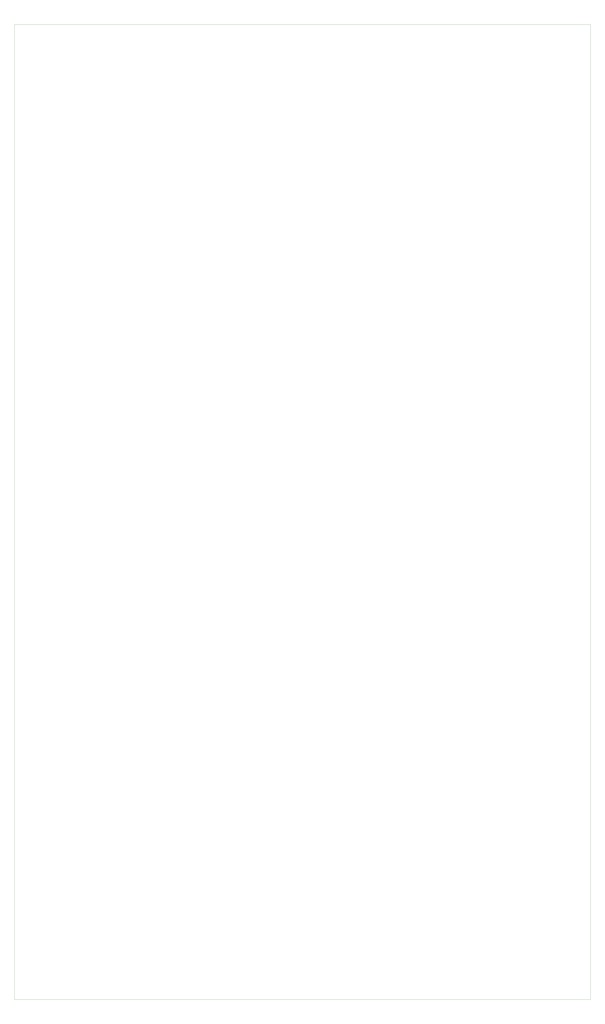
<source format=gko>
G04 #@! TF.GenerationSoftware,KiCad,Pcbnew,5.0.2+dfsg1-1*
G04 #@! TF.CreationDate,2019-08-16T15:09:45+02:00*
G04 #@! TF.ProjectId,Main-Board,4d61696e-2d42-46f6-9172-642e6b696361,rev?*
G04 #@! TF.SameCoordinates,Original*
G04 #@! TF.FileFunction,Profile,NP*
%FSLAX46Y46*%
G04 Gerber Fmt 4.6, Leading zero omitted, Abs format (unit mm)*
G04 Created by KiCad (PCBNEW 5.0.2+dfsg1-1) date vr 16 aug 2019 15:09:45 CEST*
%MOMM*%
%LPD*%
G01*
G04 APERTURE LIST*
%ADD10C,0.100000*%
G04 APERTURE END LIST*
D10*
X59690000Y-527050000D02*
X59690000Y-42545000D01*
X346075000Y-527050000D02*
X59690000Y-527050000D01*
X346075000Y-42545000D02*
X346075000Y-527050000D01*
X59690000Y-42545000D02*
X346075000Y-42545000D01*
M02*

</source>
